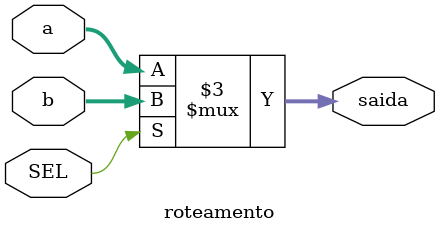
<source format=sv>

module roteamento (input logic [3:0] a, b, 
                 input logic SEL,
                 output logic [3:0] saida
                );
  
   always_comb begin
	case(SEL)
  	1'b0: saida <= a; 
  	default: saida <= b; 
	endcase
  end

endmodule
</source>
